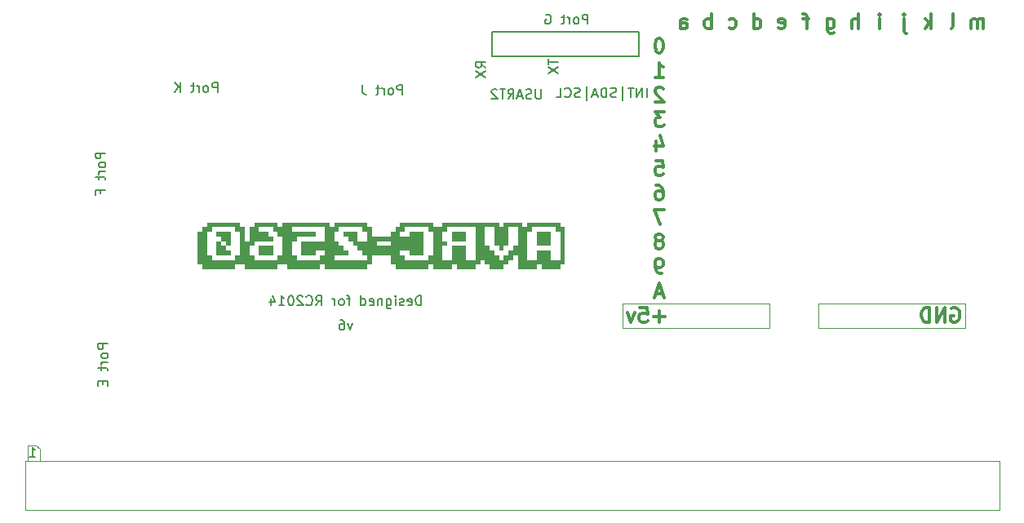
<source format=gbr>
%TF.GenerationSoftware,KiCad,Pcbnew,6.0.2+dfsg-1*%
%TF.CreationDate,2024-03-03T12:29:16-06:00*%
%TF.ProjectId,rc-duino,72632d64-7569-46e6-9f2e-6b696361645f,rev?*%
%TF.SameCoordinates,Original*%
%TF.FileFunction,Legend,Bot*%
%TF.FilePolarity,Positive*%
%FSLAX46Y46*%
G04 Gerber Fmt 4.6, Leading zero omitted, Abs format (unit mm)*
G04 Created by KiCad (PCBNEW 6.0.2+dfsg-1) date 2024-03-03 12:29:16*
%MOMM*%
%LPD*%
G01*
G04 APERTURE LIST*
%ADD10C,0.150000*%
%ADD11C,0.300000*%
%ADD12C,0.120000*%
G04 APERTURE END LIST*
D10*
X107416600Y-39324006D02*
X122656600Y-39324006D01*
X122656600Y-39324006D02*
X122656600Y-41864006D01*
X122656600Y-41864006D02*
X107416600Y-41864006D01*
X107416600Y-41864006D02*
X107416600Y-39324006D01*
X100082393Y-67705443D02*
X100082393Y-66705443D01*
X99844298Y-66705443D01*
X99701440Y-66753063D01*
X99606202Y-66848301D01*
X99558583Y-66943539D01*
X99510964Y-67134015D01*
X99510964Y-67276872D01*
X99558583Y-67467348D01*
X99606202Y-67562586D01*
X99701440Y-67657824D01*
X99844298Y-67705443D01*
X100082393Y-67705443D01*
X98701440Y-67657824D02*
X98796679Y-67705443D01*
X98987155Y-67705443D01*
X99082393Y-67657824D01*
X99130012Y-67562586D01*
X99130012Y-67181634D01*
X99082393Y-67086396D01*
X98987155Y-67038777D01*
X98796679Y-67038777D01*
X98701440Y-67086396D01*
X98653821Y-67181634D01*
X98653821Y-67276872D01*
X99130012Y-67372110D01*
X98272869Y-67657824D02*
X98177631Y-67705443D01*
X97987155Y-67705443D01*
X97891917Y-67657824D01*
X97844298Y-67562586D01*
X97844298Y-67514967D01*
X97891917Y-67419729D01*
X97987155Y-67372110D01*
X98130012Y-67372110D01*
X98225250Y-67324491D01*
X98272869Y-67229253D01*
X98272869Y-67181634D01*
X98225250Y-67086396D01*
X98130012Y-67038777D01*
X97987155Y-67038777D01*
X97891917Y-67086396D01*
X97415726Y-67705443D02*
X97415726Y-67038777D01*
X97415726Y-66705443D02*
X97463345Y-66753063D01*
X97415726Y-66800682D01*
X97368107Y-66753063D01*
X97415726Y-66705443D01*
X97415726Y-66800682D01*
X96510964Y-67038777D02*
X96510964Y-67848301D01*
X96558583Y-67943539D01*
X96606202Y-67991158D01*
X96701440Y-68038777D01*
X96844298Y-68038777D01*
X96939536Y-67991158D01*
X96510964Y-67657824D02*
X96606202Y-67705443D01*
X96796679Y-67705443D01*
X96891917Y-67657824D01*
X96939536Y-67610205D01*
X96987155Y-67514967D01*
X96987155Y-67229253D01*
X96939536Y-67134015D01*
X96891917Y-67086396D01*
X96796679Y-67038777D01*
X96606202Y-67038777D01*
X96510964Y-67086396D01*
X96034774Y-67038777D02*
X96034774Y-67705443D01*
X96034774Y-67134015D02*
X95987155Y-67086396D01*
X95891917Y-67038777D01*
X95749060Y-67038777D01*
X95653821Y-67086396D01*
X95606202Y-67181634D01*
X95606202Y-67705443D01*
X94749060Y-67657824D02*
X94844298Y-67705443D01*
X95034774Y-67705443D01*
X95130012Y-67657824D01*
X95177631Y-67562586D01*
X95177631Y-67181634D01*
X95130012Y-67086396D01*
X95034774Y-67038777D01*
X94844298Y-67038777D01*
X94749060Y-67086396D01*
X94701440Y-67181634D01*
X94701440Y-67276872D01*
X95177631Y-67372110D01*
X93844298Y-67705443D02*
X93844298Y-66705443D01*
X93844298Y-67657824D02*
X93939536Y-67705443D01*
X94130012Y-67705443D01*
X94225250Y-67657824D01*
X94272869Y-67610205D01*
X94320488Y-67514967D01*
X94320488Y-67229253D01*
X94272869Y-67134015D01*
X94225250Y-67086396D01*
X94130012Y-67038777D01*
X93939536Y-67038777D01*
X93844298Y-67086396D01*
X92749060Y-67038777D02*
X92368107Y-67038777D01*
X92606202Y-67705443D02*
X92606202Y-66848301D01*
X92558583Y-66753063D01*
X92463345Y-66705443D01*
X92368107Y-66705443D01*
X91891917Y-67705443D02*
X91987155Y-67657824D01*
X92034774Y-67610205D01*
X92082393Y-67514967D01*
X92082393Y-67229253D01*
X92034774Y-67134015D01*
X91987155Y-67086396D01*
X91891917Y-67038777D01*
X91749060Y-67038777D01*
X91653821Y-67086396D01*
X91606202Y-67134015D01*
X91558583Y-67229253D01*
X91558583Y-67514967D01*
X91606202Y-67610205D01*
X91653821Y-67657824D01*
X91749060Y-67705443D01*
X91891917Y-67705443D01*
X91130012Y-67705443D02*
X91130012Y-67038777D01*
X91130012Y-67229253D02*
X91082393Y-67134015D01*
X91034774Y-67086396D01*
X90939536Y-67038777D01*
X90844298Y-67038777D01*
X89177631Y-67705443D02*
X89510964Y-67229253D01*
X89749060Y-67705443D02*
X89749060Y-66705443D01*
X89368107Y-66705443D01*
X89272869Y-66753063D01*
X89225250Y-66800682D01*
X89177631Y-66895920D01*
X89177631Y-67038777D01*
X89225250Y-67134015D01*
X89272869Y-67181634D01*
X89368107Y-67229253D01*
X89749060Y-67229253D01*
X88177631Y-67610205D02*
X88225250Y-67657824D01*
X88368107Y-67705443D01*
X88463345Y-67705443D01*
X88606202Y-67657824D01*
X88701440Y-67562586D01*
X88749060Y-67467348D01*
X88796679Y-67276872D01*
X88796679Y-67134015D01*
X88749060Y-66943539D01*
X88701440Y-66848301D01*
X88606202Y-66753063D01*
X88463345Y-66705443D01*
X88368107Y-66705443D01*
X88225250Y-66753063D01*
X88177631Y-66800682D01*
X87796679Y-66800682D02*
X87749060Y-66753063D01*
X87653821Y-66705443D01*
X87415726Y-66705443D01*
X87320488Y-66753063D01*
X87272869Y-66800682D01*
X87225250Y-66895920D01*
X87225250Y-66991158D01*
X87272869Y-67134015D01*
X87844298Y-67705443D01*
X87225250Y-67705443D01*
X86606202Y-66705443D02*
X86510964Y-66705443D01*
X86415726Y-66753063D01*
X86368107Y-66800682D01*
X86320488Y-66895920D01*
X86272869Y-67086396D01*
X86272869Y-67324491D01*
X86320488Y-67514967D01*
X86368107Y-67610205D01*
X86415726Y-67657824D01*
X86510964Y-67705443D01*
X86606202Y-67705443D01*
X86701440Y-67657824D01*
X86749060Y-67610205D01*
X86796679Y-67514967D01*
X86844298Y-67324491D01*
X86844298Y-67086396D01*
X86796679Y-66895920D01*
X86749060Y-66800682D01*
X86701440Y-66753063D01*
X86606202Y-66705443D01*
X85320488Y-67705443D02*
X85891917Y-67705443D01*
X85606202Y-67705443D02*
X85606202Y-66705443D01*
X85701440Y-66848301D01*
X85796679Y-66943539D01*
X85891917Y-66991158D01*
X84463345Y-67038777D02*
X84463345Y-67705443D01*
X84701440Y-66657824D02*
X84939536Y-67372110D01*
X84320488Y-67372110D01*
X106784065Y-43047636D02*
X106307875Y-42714303D01*
X106784065Y-42476207D02*
X105784065Y-42476207D01*
X105784065Y-42857160D01*
X105831685Y-42952398D01*
X105879304Y-43000017D01*
X105974542Y-43047636D01*
X106117399Y-43047636D01*
X106212637Y-43000017D01*
X106260256Y-42952398D01*
X106307875Y-42857160D01*
X106307875Y-42476207D01*
X105784065Y-43380969D02*
X106784065Y-44047636D01*
X105784065Y-44047636D02*
X106784065Y-43380969D01*
X98147284Y-45842891D02*
X98147284Y-44842891D01*
X97766332Y-44842891D01*
X97671094Y-44890511D01*
X97623475Y-44938130D01*
X97575856Y-45033368D01*
X97575856Y-45176225D01*
X97623475Y-45271463D01*
X97671094Y-45319082D01*
X97766332Y-45366701D01*
X98147284Y-45366701D01*
X97004427Y-45842891D02*
X97099665Y-45795272D01*
X97147284Y-45747653D01*
X97194903Y-45652415D01*
X97194903Y-45366701D01*
X97147284Y-45271463D01*
X97099665Y-45223844D01*
X97004427Y-45176225D01*
X96861570Y-45176225D01*
X96766332Y-45223844D01*
X96718713Y-45271463D01*
X96671094Y-45366701D01*
X96671094Y-45652415D01*
X96718713Y-45747653D01*
X96766332Y-45795272D01*
X96861570Y-45842891D01*
X97004427Y-45842891D01*
X96242522Y-45842891D02*
X96242522Y-45176225D01*
X96242522Y-45366701D02*
X96194903Y-45271463D01*
X96147284Y-45223844D01*
X96052046Y-45176225D01*
X95956808Y-45176225D01*
X95766332Y-45176225D02*
X95385379Y-45176225D01*
X95623475Y-44842891D02*
X95623475Y-45700034D01*
X95575856Y-45795272D01*
X95480617Y-45842891D01*
X95385379Y-45842891D01*
X94004427Y-44842891D02*
X94004427Y-45557177D01*
X94052046Y-45700034D01*
X94147284Y-45795272D01*
X94290141Y-45842891D01*
X94385379Y-45842891D01*
X92963345Y-69578777D02*
X92725250Y-70245443D01*
X92487155Y-69578777D01*
X91677631Y-69245443D02*
X91868107Y-69245443D01*
X91963345Y-69293063D01*
X92010964Y-69340682D01*
X92106202Y-69483539D01*
X92153821Y-69674015D01*
X92153821Y-70054967D01*
X92106202Y-70150205D01*
X92058583Y-70197824D01*
X91963345Y-70245443D01*
X91772869Y-70245443D01*
X91677631Y-70197824D01*
X91630012Y-70150205D01*
X91582393Y-70054967D01*
X91582393Y-69816872D01*
X91630012Y-69721634D01*
X91677631Y-69674015D01*
X91772869Y-69626396D01*
X91963345Y-69626396D01*
X92058583Y-69674015D01*
X92106202Y-69721634D01*
X92153821Y-69816872D01*
X67572236Y-71695653D02*
X66572236Y-71695653D01*
X66572236Y-72076606D01*
X66619856Y-72171844D01*
X66667475Y-72219463D01*
X66762713Y-72267082D01*
X66905570Y-72267082D01*
X67000808Y-72219463D01*
X67048427Y-72171844D01*
X67096046Y-72076606D01*
X67096046Y-71695653D01*
X67572236Y-72838511D02*
X67524617Y-72743272D01*
X67476998Y-72695653D01*
X67381760Y-72648034D01*
X67096046Y-72648034D01*
X67000808Y-72695653D01*
X66953189Y-72743272D01*
X66905570Y-72838511D01*
X66905570Y-72981368D01*
X66953189Y-73076606D01*
X67000808Y-73124225D01*
X67096046Y-73171844D01*
X67381760Y-73171844D01*
X67476998Y-73124225D01*
X67524617Y-73076606D01*
X67572236Y-72981368D01*
X67572236Y-72838511D01*
X67572236Y-73600415D02*
X66905570Y-73600415D01*
X67096046Y-73600415D02*
X67000808Y-73648034D01*
X66953189Y-73695653D01*
X66905570Y-73790891D01*
X66905570Y-73886130D01*
X66905570Y-74076606D02*
X66905570Y-74457558D01*
X66572236Y-74219463D02*
X67429379Y-74219463D01*
X67524617Y-74267082D01*
X67572236Y-74362320D01*
X67572236Y-74457558D01*
X67048427Y-75552796D02*
X67048427Y-75886130D01*
X67572236Y-76028987D02*
X67572236Y-75552796D01*
X66572236Y-75552796D01*
X66572236Y-76028987D01*
X112534219Y-45271782D02*
X112534219Y-46081306D01*
X112486600Y-46176544D01*
X112438980Y-46224163D01*
X112343742Y-46271782D01*
X112153266Y-46271782D01*
X112058028Y-46224163D01*
X112010409Y-46176544D01*
X111962790Y-46081306D01*
X111962790Y-45271782D01*
X111534219Y-46224163D02*
X111391361Y-46271782D01*
X111153266Y-46271782D01*
X111058028Y-46224163D01*
X111010409Y-46176544D01*
X110962790Y-46081306D01*
X110962790Y-45986068D01*
X111010409Y-45890830D01*
X111058028Y-45843211D01*
X111153266Y-45795592D01*
X111343742Y-45747973D01*
X111438980Y-45700354D01*
X111486600Y-45652735D01*
X111534219Y-45557497D01*
X111534219Y-45462259D01*
X111486600Y-45367021D01*
X111438980Y-45319402D01*
X111343742Y-45271782D01*
X111105647Y-45271782D01*
X110962790Y-45319402D01*
X110581838Y-45986068D02*
X110105647Y-45986068D01*
X110677076Y-46271782D02*
X110343742Y-45271782D01*
X110010409Y-46271782D01*
X109105647Y-46271782D02*
X109438980Y-45795592D01*
X109677076Y-46271782D02*
X109677076Y-45271782D01*
X109296123Y-45271782D01*
X109200885Y-45319402D01*
X109153266Y-45367021D01*
X109105647Y-45462259D01*
X109105647Y-45605116D01*
X109153266Y-45700354D01*
X109200885Y-45747973D01*
X109296123Y-45795592D01*
X109677076Y-45795592D01*
X108819933Y-45271782D02*
X108248504Y-45271782D01*
X108534219Y-46271782D02*
X108534219Y-45271782D01*
X107962790Y-45367021D02*
X107915171Y-45319402D01*
X107819933Y-45271782D01*
X107581838Y-45271782D01*
X107486600Y-45319402D01*
X107438980Y-45367021D01*
X107391361Y-45462259D01*
X107391361Y-45557497D01*
X107438980Y-45700354D01*
X108010409Y-46271782D01*
X107391361Y-46271782D01*
X78962332Y-45588891D02*
X78962332Y-44588891D01*
X78581379Y-44588891D01*
X78486141Y-44636511D01*
X78438522Y-44684130D01*
X78390903Y-44779368D01*
X78390903Y-44922225D01*
X78438522Y-45017463D01*
X78486141Y-45065082D01*
X78581379Y-45112701D01*
X78962332Y-45112701D01*
X77819475Y-45588891D02*
X77914713Y-45541272D01*
X77962332Y-45493653D01*
X78009951Y-45398415D01*
X78009951Y-45112701D01*
X77962332Y-45017463D01*
X77914713Y-44969844D01*
X77819475Y-44922225D01*
X77676617Y-44922225D01*
X77581379Y-44969844D01*
X77533760Y-45017463D01*
X77486141Y-45112701D01*
X77486141Y-45398415D01*
X77533760Y-45493653D01*
X77581379Y-45541272D01*
X77676617Y-45588891D01*
X77819475Y-45588891D01*
X77057570Y-45588891D02*
X77057570Y-44922225D01*
X77057570Y-45112701D02*
X77009951Y-45017463D01*
X76962332Y-44969844D01*
X76867094Y-44922225D01*
X76771856Y-44922225D01*
X76581379Y-44922225D02*
X76200427Y-44922225D01*
X76438522Y-44588891D02*
X76438522Y-45446034D01*
X76390903Y-45541272D01*
X76295665Y-45588891D01*
X76200427Y-45588891D01*
X75105189Y-45588891D02*
X75105189Y-44588891D01*
X74533760Y-45588891D02*
X74962332Y-45017463D01*
X74533760Y-44588891D02*
X75105189Y-45160320D01*
X67318236Y-51907463D02*
X66318236Y-51907463D01*
X66318236Y-52288415D01*
X66365856Y-52383653D01*
X66413475Y-52431272D01*
X66508713Y-52478891D01*
X66651570Y-52478891D01*
X66746808Y-52431272D01*
X66794427Y-52383653D01*
X66842046Y-52288415D01*
X66842046Y-51907463D01*
X67318236Y-53050320D02*
X67270617Y-52955082D01*
X67222998Y-52907463D01*
X67127760Y-52859844D01*
X66842046Y-52859844D01*
X66746808Y-52907463D01*
X66699189Y-52955082D01*
X66651570Y-53050320D01*
X66651570Y-53193177D01*
X66699189Y-53288415D01*
X66746808Y-53336034D01*
X66842046Y-53383653D01*
X67127760Y-53383653D01*
X67222998Y-53336034D01*
X67270617Y-53288415D01*
X67318236Y-53193177D01*
X67318236Y-53050320D01*
X67318236Y-53812225D02*
X66651570Y-53812225D01*
X66842046Y-53812225D02*
X66746808Y-53859844D01*
X66699189Y-53907463D01*
X66651570Y-54002701D01*
X66651570Y-54097939D01*
X66651570Y-54288415D02*
X66651570Y-54669368D01*
X66318236Y-54431272D02*
X67175379Y-54431272D01*
X67270617Y-54478891D01*
X67318236Y-54574130D01*
X67318236Y-54669368D01*
X66794427Y-56097939D02*
X66794427Y-55764606D01*
X67318236Y-55764606D02*
X66318236Y-55764606D01*
X66318236Y-56240796D01*
X123519457Y-46126386D02*
X123519457Y-45126386D01*
X123043266Y-46126386D02*
X123043266Y-45126386D01*
X122471838Y-46126386D01*
X122471838Y-45126386D01*
X122138504Y-45126386D02*
X121567076Y-45126386D01*
X121852790Y-46126386D02*
X121852790Y-45126386D01*
X120995647Y-46459720D02*
X120995647Y-45031148D01*
X120328980Y-46078767D02*
X120186123Y-46126386D01*
X119948028Y-46126386D01*
X119852790Y-46078767D01*
X119805171Y-46031148D01*
X119757552Y-45935910D01*
X119757552Y-45840672D01*
X119805171Y-45745434D01*
X119852790Y-45697815D01*
X119948028Y-45650196D01*
X120138504Y-45602577D01*
X120233742Y-45554958D01*
X120281361Y-45507339D01*
X120328980Y-45412101D01*
X120328980Y-45316863D01*
X120281361Y-45221625D01*
X120233742Y-45174006D01*
X120138504Y-45126386D01*
X119900409Y-45126386D01*
X119757552Y-45174006D01*
X119328980Y-46126386D02*
X119328980Y-45126386D01*
X119090885Y-45126386D01*
X118948028Y-45174006D01*
X118852790Y-45269244D01*
X118805171Y-45364482D01*
X118757552Y-45554958D01*
X118757552Y-45697815D01*
X118805171Y-45888291D01*
X118852790Y-45983529D01*
X118948028Y-46078767D01*
X119090885Y-46126386D01*
X119328980Y-46126386D01*
X118376600Y-45840672D02*
X117900409Y-45840672D01*
X118471838Y-46126386D02*
X118138504Y-45126386D01*
X117805171Y-46126386D01*
X117233742Y-46459720D02*
X117233742Y-45031148D01*
X116567076Y-46078767D02*
X116424219Y-46126386D01*
X116186123Y-46126386D01*
X116090885Y-46078767D01*
X116043266Y-46031148D01*
X115995647Y-45935910D01*
X115995647Y-45840672D01*
X116043266Y-45745434D01*
X116090885Y-45697815D01*
X116186123Y-45650196D01*
X116376600Y-45602577D01*
X116471838Y-45554958D01*
X116519457Y-45507339D01*
X116567076Y-45412101D01*
X116567076Y-45316863D01*
X116519457Y-45221625D01*
X116471838Y-45174006D01*
X116376600Y-45126386D01*
X116138504Y-45126386D01*
X115995647Y-45174006D01*
X114995647Y-46031148D02*
X115043266Y-46078767D01*
X115186123Y-46126386D01*
X115281361Y-46126386D01*
X115424219Y-46078767D01*
X115519457Y-45983529D01*
X115567076Y-45888291D01*
X115614695Y-45697815D01*
X115614695Y-45554958D01*
X115567076Y-45364482D01*
X115519457Y-45269244D01*
X115424219Y-45174006D01*
X115281361Y-45126386D01*
X115186123Y-45126386D01*
X115043266Y-45174006D01*
X114995647Y-45221625D01*
X114090885Y-46126386D02*
X114567076Y-46126386D01*
X114567076Y-45126386D01*
X113268865Y-42141341D02*
X113268865Y-42712769D01*
X114268865Y-42427055D02*
X113268865Y-42427055D01*
X113268865Y-42950865D02*
X114268865Y-43617531D01*
X113268865Y-43617531D02*
X114268865Y-42950865D01*
X117383052Y-38506386D02*
X117383052Y-37506386D01*
X117002099Y-37506386D01*
X116906861Y-37554006D01*
X116859242Y-37601625D01*
X116811623Y-37696863D01*
X116811623Y-37839720D01*
X116859242Y-37934958D01*
X116906861Y-37982577D01*
X117002099Y-38030196D01*
X117383052Y-38030196D01*
X116240195Y-38506386D02*
X116335433Y-38458767D01*
X116383052Y-38411148D01*
X116430671Y-38315910D01*
X116430671Y-38030196D01*
X116383052Y-37934958D01*
X116335433Y-37887339D01*
X116240195Y-37839720D01*
X116097337Y-37839720D01*
X116002099Y-37887339D01*
X115954480Y-37934958D01*
X115906861Y-38030196D01*
X115906861Y-38315910D01*
X115954480Y-38411148D01*
X116002099Y-38458767D01*
X116097337Y-38506386D01*
X116240195Y-38506386D01*
X115478290Y-38506386D02*
X115478290Y-37839720D01*
X115478290Y-38030196D02*
X115430671Y-37934958D01*
X115383052Y-37887339D01*
X115287814Y-37839720D01*
X115192576Y-37839720D01*
X115002099Y-37839720D02*
X114621147Y-37839720D01*
X114859242Y-37506386D02*
X114859242Y-38363529D01*
X114811623Y-38458767D01*
X114716385Y-38506386D01*
X114621147Y-38506386D01*
X113002099Y-37554006D02*
X113097337Y-37506386D01*
X113240195Y-37506386D01*
X113383052Y-37554006D01*
X113478290Y-37649244D01*
X113525909Y-37744482D01*
X113573528Y-37934958D01*
X113573528Y-38077815D01*
X113525909Y-38268291D01*
X113478290Y-38363529D01*
X113383052Y-38458767D01*
X113240195Y-38506386D01*
X113144956Y-38506386D01*
X113002099Y-38458767D01*
X112954480Y-38411148D01*
X112954480Y-38077815D01*
X113144956Y-38077815D01*
D11*
%TO.C,J7*%
X125364998Y-68865653D02*
X124222141Y-68865653D01*
X124793570Y-69437082D02*
X124793570Y-68294225D01*
X122793570Y-67937082D02*
X123507856Y-67937082D01*
X123579284Y-68651368D01*
X123507856Y-68579939D01*
X123364998Y-68508511D01*
X123007856Y-68508511D01*
X122864998Y-68579939D01*
X122793570Y-68651368D01*
X122722141Y-68794225D01*
X122722141Y-69151368D01*
X122793570Y-69294225D01*
X122864998Y-69365653D01*
X123007856Y-69437082D01*
X123364998Y-69437082D01*
X123507856Y-69365653D01*
X123579284Y-69294225D01*
X122222141Y-68437082D02*
X121864998Y-69437082D01*
X121507856Y-68437082D01*
X125209076Y-45225238D02*
X125137647Y-45153810D01*
X124994790Y-45082381D01*
X124637647Y-45082381D01*
X124494790Y-45153810D01*
X124423362Y-45225238D01*
X124351933Y-45368095D01*
X124351933Y-45510952D01*
X124423362Y-45725238D01*
X125280505Y-46582381D01*
X124351933Y-46582381D01*
X125280505Y-47622381D02*
X124351933Y-47622381D01*
X124851933Y-48193810D01*
X124637647Y-48193810D01*
X124494790Y-48265238D01*
X124423362Y-48336667D01*
X124351933Y-48479524D01*
X124351933Y-48836667D01*
X124423362Y-48979524D01*
X124494790Y-49050952D01*
X124637647Y-49122381D01*
X125066219Y-49122381D01*
X125209076Y-49050952D01*
X125280505Y-48979524D01*
X158443362Y-38962381D02*
X158443362Y-37962381D01*
X158443362Y-38105238D02*
X158371933Y-38033810D01*
X158229076Y-37962381D01*
X158014790Y-37962381D01*
X157871933Y-38033810D01*
X157800505Y-38176667D01*
X157800505Y-38962381D01*
X157800505Y-38176667D02*
X157729076Y-38033810D01*
X157586219Y-37962381D01*
X157371933Y-37962381D01*
X157229076Y-38033810D01*
X157157647Y-38176667D01*
X157157647Y-38962381D01*
X137194790Y-38890952D02*
X137337647Y-38962381D01*
X137623362Y-38962381D01*
X137766219Y-38890952D01*
X137837647Y-38748095D01*
X137837647Y-38176667D01*
X137766219Y-38033810D01*
X137623362Y-37962381D01*
X137337647Y-37962381D01*
X137194790Y-38033810D01*
X137123362Y-38176667D01*
X137123362Y-38319524D01*
X137837647Y-38462381D01*
X125137647Y-66473810D02*
X124423362Y-66473810D01*
X125280505Y-66902381D02*
X124780505Y-65402381D01*
X124280505Y-66902381D01*
X130181933Y-38962381D02*
X130181933Y-37462381D01*
X130181933Y-38033810D02*
X130039076Y-37962381D01*
X129753362Y-37962381D01*
X129610505Y-38033810D01*
X129539076Y-38105238D01*
X129467647Y-38248095D01*
X129467647Y-38676667D01*
X129539076Y-38819524D01*
X129610505Y-38890952D01*
X129753362Y-38962381D01*
X130039076Y-38962381D01*
X130181933Y-38890952D01*
X124494790Y-50662381D02*
X124494790Y-51662381D01*
X124851933Y-50090952D02*
X125209076Y-51162381D01*
X124280505Y-51162381D01*
X125066219Y-64362381D02*
X124780505Y-64362381D01*
X124637647Y-64290952D01*
X124566219Y-64219524D01*
X124423362Y-64005238D01*
X124351933Y-63719524D01*
X124351933Y-63148095D01*
X124423362Y-63005238D01*
X124494790Y-62933810D01*
X124637647Y-62862381D01*
X124923362Y-62862381D01*
X125066219Y-62933810D01*
X125137647Y-63005238D01*
X125209076Y-63148095D01*
X125209076Y-63505238D01*
X125137647Y-63648095D01*
X125066219Y-63719524D01*
X124923362Y-63790952D01*
X124637647Y-63790952D01*
X124494790Y-63719524D01*
X124423362Y-63648095D01*
X124351933Y-63505238D01*
X132043362Y-38890952D02*
X132186219Y-38962381D01*
X132471933Y-38962381D01*
X132614790Y-38890952D01*
X132686219Y-38819524D01*
X132757647Y-38676667D01*
X132757647Y-38248095D01*
X132686219Y-38105238D01*
X132614790Y-38033810D01*
X132471933Y-37962381D01*
X132186219Y-37962381D01*
X132043362Y-38033810D01*
X124851933Y-40002381D02*
X124709076Y-40002381D01*
X124566219Y-40073810D01*
X124494790Y-40145238D01*
X124423362Y-40288095D01*
X124351933Y-40573810D01*
X124351933Y-40930952D01*
X124423362Y-41216667D01*
X124494790Y-41359524D01*
X124566219Y-41430952D01*
X124709076Y-41502381D01*
X124851933Y-41502381D01*
X124994790Y-41430952D01*
X125066219Y-41359524D01*
X125137647Y-41216667D01*
X125209076Y-40930952D01*
X125209076Y-40573810D01*
X125137647Y-40288095D01*
X125066219Y-40145238D01*
X124994790Y-40073810D01*
X124851933Y-40002381D01*
X124423362Y-52702381D02*
X125137647Y-52702381D01*
X125209076Y-53416667D01*
X125137647Y-53345238D01*
X124994790Y-53273810D01*
X124637647Y-53273810D01*
X124494790Y-53345238D01*
X124423362Y-53416667D01*
X124351933Y-53559524D01*
X124351933Y-53916667D01*
X124423362Y-54059524D01*
X124494790Y-54130952D01*
X124637647Y-54202381D01*
X124994790Y-54202381D01*
X125137647Y-54130952D01*
X125209076Y-54059524D01*
X125280505Y-57782381D02*
X124280505Y-57782381D01*
X124923362Y-59282381D01*
X134619076Y-38962381D02*
X134619076Y-37462381D01*
X134619076Y-38890952D02*
X134761933Y-38962381D01*
X135047647Y-38962381D01*
X135190505Y-38890952D01*
X135261933Y-38819524D01*
X135333362Y-38676667D01*
X135333362Y-38248095D01*
X135261933Y-38105238D01*
X135190505Y-38033810D01*
X135047647Y-37962381D01*
X134761933Y-37962381D01*
X134619076Y-38033810D01*
X147640505Y-38962381D02*
X147640505Y-37962381D01*
X147640505Y-37462381D02*
X147711933Y-37533810D01*
X147640505Y-37605238D01*
X147569076Y-37533810D01*
X147640505Y-37462381D01*
X147640505Y-37605238D01*
X124494790Y-55242381D02*
X124780505Y-55242381D01*
X124923362Y-55313810D01*
X124994790Y-55385238D01*
X125137647Y-55599524D01*
X125209076Y-55885238D01*
X125209076Y-56456667D01*
X125137647Y-56599524D01*
X125066219Y-56670952D01*
X124923362Y-56742381D01*
X124637647Y-56742381D01*
X124494790Y-56670952D01*
X124423362Y-56599524D01*
X124351933Y-56456667D01*
X124351933Y-56099524D01*
X124423362Y-55956667D01*
X124494790Y-55885238D01*
X124637647Y-55813810D01*
X124923362Y-55813810D01*
X125066219Y-55885238D01*
X125137647Y-55956667D01*
X125209076Y-56099524D01*
X155130713Y-68008511D02*
X155273570Y-67937082D01*
X155487856Y-67937082D01*
X155702141Y-68008511D01*
X155844998Y-68151368D01*
X155916427Y-68294225D01*
X155987856Y-68579939D01*
X155987856Y-68794225D01*
X155916427Y-69079939D01*
X155844998Y-69222796D01*
X155702141Y-69365653D01*
X155487856Y-69437082D01*
X155344998Y-69437082D01*
X155130713Y-69365653D01*
X155059284Y-69294225D01*
X155059284Y-68794225D01*
X155344998Y-68794225D01*
X154416427Y-69437082D02*
X154416427Y-67937082D01*
X153559284Y-69437082D01*
X153559284Y-67937082D01*
X152844998Y-69437082D02*
X152844998Y-67937082D01*
X152487856Y-67937082D01*
X152273570Y-68008511D01*
X152130713Y-68151368D01*
X152059284Y-68294225D01*
X151987856Y-68579939D01*
X151987856Y-68794225D01*
X152059284Y-69079939D01*
X152130713Y-69222796D01*
X152273570Y-69365653D01*
X152487856Y-69437082D01*
X152844998Y-69437082D01*
X155081933Y-38962381D02*
X155224790Y-38890952D01*
X155296219Y-38748095D01*
X155296219Y-37462381D01*
X140306219Y-37962381D02*
X139734790Y-37962381D01*
X140091933Y-38962381D02*
X140091933Y-37676667D01*
X140020505Y-37533810D01*
X139877647Y-37462381D01*
X139734790Y-37462381D01*
X124923362Y-60965238D02*
X125066219Y-60893810D01*
X125137647Y-60822381D01*
X125209076Y-60679524D01*
X125209076Y-60608095D01*
X125137647Y-60465238D01*
X125066219Y-60393810D01*
X124923362Y-60322381D01*
X124637647Y-60322381D01*
X124494790Y-60393810D01*
X124423362Y-60465238D01*
X124351933Y-60608095D01*
X124351933Y-60679524D01*
X124423362Y-60822381D01*
X124494790Y-60893810D01*
X124637647Y-60965238D01*
X124923362Y-60965238D01*
X125066219Y-61036667D01*
X125137647Y-61108095D01*
X125209076Y-61250952D01*
X125209076Y-61536667D01*
X125137647Y-61679524D01*
X125066219Y-61750952D01*
X124923362Y-61822381D01*
X124637647Y-61822381D01*
X124494790Y-61750952D01*
X124423362Y-61679524D01*
X124351933Y-61536667D01*
X124351933Y-61250952D01*
X124423362Y-61108095D01*
X124494790Y-61036667D01*
X124637647Y-60965238D01*
X124351933Y-44042381D02*
X125209076Y-44042381D01*
X124780505Y-44042381D02*
X124780505Y-42542381D01*
X124923362Y-42756667D01*
X125066219Y-42899524D01*
X125209076Y-42970952D01*
X150180505Y-37962381D02*
X150180505Y-39248095D01*
X150251933Y-39390952D01*
X150394790Y-39462381D01*
X150466219Y-39462381D01*
X150180505Y-37462381D02*
X150251933Y-37533810D01*
X150180505Y-37605238D01*
X150109076Y-37533810D01*
X150180505Y-37462381D01*
X150180505Y-37605238D01*
X142239076Y-37962381D02*
X142239076Y-39176667D01*
X142310505Y-39319524D01*
X142381933Y-39390952D01*
X142524790Y-39462381D01*
X142739076Y-39462381D01*
X142881933Y-39390952D01*
X142239076Y-38890952D02*
X142381933Y-38962381D01*
X142667647Y-38962381D01*
X142810505Y-38890952D01*
X142881933Y-38819524D01*
X142953362Y-38676667D01*
X142953362Y-38248095D01*
X142881933Y-38105238D01*
X142810505Y-38033810D01*
X142667647Y-37962381D01*
X142381933Y-37962381D01*
X142239076Y-38033810D01*
X145421933Y-38962381D02*
X145421933Y-37462381D01*
X144779076Y-38962381D02*
X144779076Y-38176667D01*
X144850505Y-38033810D01*
X144993362Y-37962381D01*
X145207647Y-37962381D01*
X145350505Y-38033810D01*
X145421933Y-38105238D01*
X152970505Y-38962381D02*
X152970505Y-37462381D01*
X152827647Y-38390952D02*
X152399076Y-38962381D01*
X152399076Y-37962381D02*
X152970505Y-38533810D01*
X126999076Y-38962381D02*
X126999076Y-38176667D01*
X127070505Y-38033810D01*
X127213362Y-37962381D01*
X127499076Y-37962381D01*
X127641933Y-38033810D01*
X126999076Y-38890952D02*
X127141933Y-38962381D01*
X127499076Y-38962381D01*
X127641933Y-38890952D01*
X127713362Y-38748095D01*
X127713362Y-38605238D01*
X127641933Y-38462381D01*
X127499076Y-38390952D01*
X127141933Y-38390952D01*
X126999076Y-38319524D01*
D10*
%TO.C,U1*%
X59456863Y-83422090D02*
X60028292Y-83422090D01*
X59742578Y-83422090D02*
X59742578Y-82422090D01*
X59837816Y-82564948D01*
X59933054Y-82660186D01*
X60028292Y-82707805D01*
D12*
%TO.C,J7*%
X141287856Y-70028511D02*
X156527856Y-70028511D01*
X156527856Y-70028511D02*
X156527856Y-67488511D01*
X156527856Y-67488511D02*
X141287856Y-67488511D01*
X141287856Y-67488511D02*
X141287856Y-70028511D01*
X136207856Y-67488511D02*
X120967856Y-67488511D01*
X120967856Y-67488511D02*
X120967856Y-70028511D01*
X120967856Y-70028511D02*
X136207856Y-70028511D01*
X136207856Y-70028511D02*
X136207856Y-67488511D01*
%TO.C,U1*%
X60123578Y-82207710D02*
X60504578Y-82588710D01*
X60504578Y-82588710D02*
X60504578Y-83858710D01*
X59234578Y-82207710D02*
X60123578Y-82207710D01*
X59234578Y-83858710D02*
X59234578Y-82207710D01*
X58980578Y-83858710D02*
X160072578Y-83858710D01*
X160072578Y-83858710D02*
X160072578Y-88938710D01*
X160072578Y-88938710D02*
X58980578Y-88938710D01*
X58980578Y-88938710D02*
X58980578Y-83858710D01*
%TO.C,H1*%
G36*
X84720268Y-62514734D02*
G01*
X83260406Y-62514734D01*
X83260406Y-61535982D01*
X84720268Y-61535982D01*
X84720268Y-62514734D01*
G37*
G36*
X79354189Y-61535982D02*
G01*
X79845118Y-61535982D01*
X79845118Y-62026392D01*
X80323641Y-62026392D01*
X80323641Y-62514734D01*
X78863260Y-62514734D01*
X78863260Y-61047640D01*
X79354189Y-61047640D01*
X79354189Y-61535982D01*
G37*
G36*
X80323641Y-61535982D02*
G01*
X79845118Y-61535982D01*
X79845118Y-61047640D01*
X79354189Y-61047640D01*
X79354189Y-60556715D01*
X78863260Y-60556715D01*
X78863260Y-60066305D01*
X80323641Y-60066305D01*
X80323641Y-61535982D01*
G37*
G36*
X105726237Y-63484182D02*
G01*
X105726237Y-63967356D01*
X103778037Y-63967356D01*
X103778037Y-63484182D01*
X103287112Y-63484182D01*
X103287112Y-63967356D01*
X101338908Y-63967356D01*
X101338908Y-63005659D01*
X102308345Y-63005659D01*
X103287097Y-63005659D01*
X103287097Y-61535982D01*
X104747470Y-61535982D01*
X104747470Y-63005659D01*
X105726226Y-63005659D01*
X105726226Y-61535982D01*
X106705489Y-61535982D01*
X107195902Y-61535982D01*
X107195902Y-62026392D01*
X107684245Y-62026392D01*
X107684245Y-62514734D01*
X108175173Y-62514734D01*
X108175173Y-63005659D01*
X108665579Y-63005659D01*
X108665579Y-62514734D01*
X109144106Y-62514734D01*
X109144106Y-62026396D01*
X109635031Y-62026396D01*
X109635031Y-61535986D01*
X110123374Y-61535986D01*
X110123374Y-60066309D01*
X110123370Y-59587782D01*
X109144103Y-59587782D01*
X109144103Y-61535982D01*
X108665579Y-61535982D01*
X108665579Y-62026392D01*
X108175169Y-62026392D01*
X108175169Y-61535982D01*
X107684241Y-61535982D01*
X107684241Y-59587782D01*
X106705489Y-59587782D01*
X106705489Y-61535982D01*
X105726226Y-61535982D01*
X105726226Y-60066305D01*
X105726222Y-59587782D01*
X102799270Y-59587782D01*
X102799270Y-60066305D01*
X102308345Y-60066305D01*
X102308345Y-61047640D01*
X102799270Y-61047640D01*
X102799270Y-61535982D01*
X102308345Y-61535982D01*
X102308345Y-63005659D01*
X101338908Y-63005659D01*
X101329108Y-63005659D01*
X101329108Y-63484182D01*
X100841281Y-63484182D01*
X100841281Y-63967356D01*
X97422890Y-63967356D01*
X97422890Y-63484182D01*
X96942299Y-63484182D01*
X96942299Y-62514734D01*
X97911201Y-62514734D01*
X98402126Y-62514734D01*
X98402126Y-63005659D01*
X100841250Y-63005659D01*
X100841250Y-62514734D01*
X101329078Y-62514734D01*
X101329078Y-60066305D01*
X100841250Y-60066305D01*
X100841250Y-59587782D01*
X98402126Y-59587782D01*
X98402126Y-60066305D01*
X97911201Y-60066305D01*
X97911201Y-60556715D01*
X98890469Y-60556715D01*
X98890469Y-60066305D01*
X100350326Y-60066305D01*
X100350326Y-62514734D01*
X98890469Y-62514734D01*
X98890469Y-62026392D01*
X97911201Y-62026392D01*
X97911201Y-62514734D01*
X96942299Y-62514734D01*
X96942299Y-62026392D01*
X96932499Y-62026392D01*
X96932499Y-62514734D01*
X94984299Y-62514734D01*
X94984299Y-63484182D01*
X94493374Y-63484182D01*
X94493374Y-63967356D01*
X90106045Y-63967356D01*
X90106045Y-63005659D01*
X91075439Y-63005659D01*
X94493317Y-63005659D01*
X94493317Y-62514734D01*
X94004974Y-62514734D01*
X94004974Y-62026392D01*
X93514565Y-62026392D01*
X93514565Y-61535982D01*
X95474651Y-61535982D01*
X96932442Y-61535982D01*
X96932442Y-61047640D01*
X95474651Y-61047640D01*
X95474651Y-61535982D01*
X93514565Y-61535982D01*
X93036041Y-61535982D01*
X93036041Y-61047640D01*
X92545116Y-61047640D01*
X92545116Y-60556715D01*
X92054192Y-60556715D01*
X92054192Y-60066305D01*
X93514565Y-60066305D01*
X93514565Y-61047640D01*
X94493317Y-61047640D01*
X94493317Y-60066305D01*
X94004974Y-60066305D01*
X94004974Y-59587782D01*
X91565849Y-59587782D01*
X91565849Y-60066305D01*
X91075439Y-60066305D01*
X91075439Y-61047640D01*
X91565849Y-61047640D01*
X91565849Y-61535982D01*
X92054192Y-61535982D01*
X92054192Y-62026392D01*
X92545116Y-62026392D01*
X92545116Y-62514734D01*
X91075439Y-62514734D01*
X91075439Y-63005659D01*
X90106045Y-63005659D01*
X90096245Y-63005659D01*
X90096245Y-63484182D01*
X89608418Y-63484182D01*
X89608418Y-63967356D01*
X86190022Y-63967356D01*
X86190022Y-63484182D01*
X85709431Y-63484182D01*
X85709431Y-63005659D01*
X85699631Y-63005659D01*
X85699631Y-63484182D01*
X85211288Y-63484182D01*
X85211288Y-63967356D01*
X81793405Y-63967356D01*
X81793405Y-63484182D01*
X81312296Y-63484182D01*
X81312296Y-63005659D01*
X81302492Y-63005659D01*
X81302492Y-63484182D01*
X80814150Y-63484182D01*
X80814150Y-63967356D01*
X77396265Y-63967356D01*
X77396265Y-63484182D01*
X76915049Y-63484182D01*
X76915049Y-62514734D01*
X77884508Y-62514734D01*
X78375437Y-62514734D01*
X78375437Y-63005659D01*
X80814051Y-63005659D01*
X80814051Y-62514734D01*
X81302393Y-62514734D01*
X82281656Y-62514734D01*
X82772066Y-62514734D01*
X82772066Y-63005659D01*
X85211197Y-63005659D01*
X85211197Y-62514734D01*
X85699539Y-62514734D01*
X86678287Y-62514734D01*
X87169216Y-62514734D01*
X87169216Y-63005659D01*
X89608341Y-63005659D01*
X89608341Y-62514734D01*
X90096168Y-62514734D01*
X90096168Y-62026392D01*
X89117416Y-62026392D01*
X89117416Y-62514734D01*
X87657558Y-62514734D01*
X87657558Y-61047640D01*
X90096168Y-61047640D01*
X90096168Y-59587782D01*
X86678287Y-59587782D01*
X86678287Y-60066305D01*
X89117416Y-60066305D01*
X89117416Y-60556715D01*
X87169216Y-60556715D01*
X87169216Y-61047640D01*
X86678287Y-61047640D01*
X86678287Y-62514734D01*
X85699539Y-62514734D01*
X85699539Y-60556715D01*
X85211197Y-60556715D01*
X85211197Y-60066305D01*
X84720268Y-60066305D01*
X84720268Y-59587782D01*
X83260406Y-59587782D01*
X83260406Y-60066305D01*
X84241745Y-60066305D01*
X84241745Y-60556715D01*
X84720268Y-60556715D01*
X84720268Y-61047640D01*
X82772066Y-61047640D01*
X82772066Y-61535982D01*
X82281656Y-61535982D01*
X82281656Y-62514734D01*
X81302393Y-62514734D01*
X81302393Y-60066305D01*
X80814051Y-60066305D01*
X80814051Y-59587782D01*
X78375437Y-59587782D01*
X78375437Y-60066305D01*
X77884508Y-60066305D01*
X77884508Y-62514734D01*
X76915049Y-62514734D01*
X76915049Y-60066305D01*
X77396173Y-60066305D01*
X77396173Y-59587782D01*
X77884516Y-59587782D01*
X77884516Y-59096857D01*
X81302393Y-59096857D01*
X81302393Y-59587782D01*
X81793322Y-59587782D01*
X81793322Y-61047640D01*
X82281664Y-61047640D01*
X82281664Y-59587782D01*
X82772074Y-59587782D01*
X82772074Y-59096857D01*
X85211205Y-59096857D01*
X85211205Y-59587782D01*
X85699547Y-59587782D01*
X85699547Y-60066305D01*
X85709347Y-60066305D01*
X85709347Y-59096857D01*
X90587082Y-59096857D01*
X90587082Y-59587782D01*
X91075443Y-59587782D01*
X91075443Y-59096857D01*
X94493320Y-59096857D01*
X94493320Y-59587782D01*
X94984245Y-59587782D01*
X94984245Y-60556715D01*
X96942245Y-60556715D01*
X96942245Y-60066305D01*
X97422836Y-60066305D01*
X97422836Y-59587782D01*
X97911179Y-59587782D01*
X97911179Y-59096857D01*
X101329055Y-59096857D01*
X101329055Y-59587782D01*
X102308345Y-59587782D01*
X102308345Y-59096857D01*
X108175173Y-59096857D01*
X108175173Y-59587782D01*
X108665579Y-59587782D01*
X108665579Y-59096857D01*
X110613783Y-59096857D01*
X110613783Y-59587782D01*
X111102125Y-59587782D01*
X111102125Y-59096857D01*
X114520002Y-59096857D01*
X114520002Y-59587782D01*
X115010927Y-59587782D01*
X115010927Y-63484182D01*
X114520002Y-63484182D01*
X114520002Y-63967356D01*
X112571799Y-63967356D01*
X112571799Y-63484182D01*
X112081389Y-63484182D01*
X112081389Y-63967356D01*
X110133189Y-63967356D01*
X110133189Y-63005659D01*
X111102122Y-63005659D01*
X112081393Y-63005659D01*
X112081393Y-62026392D01*
X113541254Y-62026392D01*
X113541254Y-63005659D01*
X114520006Y-63005659D01*
X114520006Y-60066305D01*
X114032179Y-60066305D01*
X114032175Y-59587782D01*
X111593046Y-59587782D01*
X111593046Y-60066305D01*
X111102122Y-60066305D01*
X111102122Y-63005659D01*
X110133189Y-63005659D01*
X110133189Y-62026392D01*
X110123389Y-62026392D01*
X110123389Y-62514734D01*
X109635046Y-62514734D01*
X109635046Y-63005659D01*
X109144122Y-63005659D01*
X109144122Y-63484182D01*
X108665598Y-63484182D01*
X108665598Y-63967356D01*
X107195918Y-63967356D01*
X107195918Y-63484182D01*
X106705508Y-63484182D01*
X106705508Y-63005659D01*
X106217166Y-63005659D01*
X106217166Y-63484182D01*
X105726237Y-63484182D01*
G37*
G36*
X104747470Y-61047640D02*
G01*
X103287097Y-61047640D01*
X103287097Y-60066305D01*
X104747470Y-60066305D01*
X104747470Y-61047640D01*
G37*
G36*
X113541247Y-61535982D02*
G01*
X112081385Y-61535982D01*
X112081385Y-60066305D01*
X113541247Y-60066305D01*
X113541247Y-61535982D01*
G37*
%TD*%
M02*

</source>
